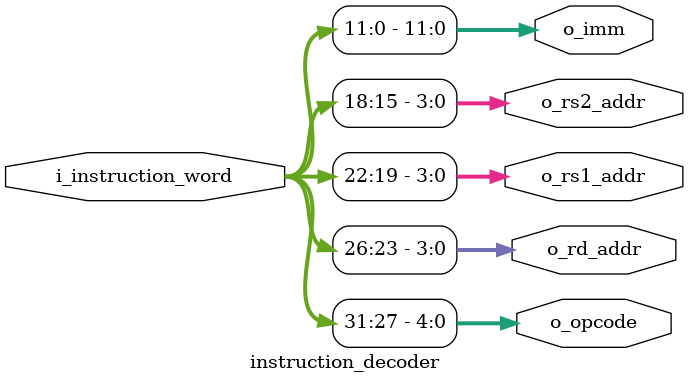
<source format=sv>
module instruction_decoder (
    input logic [31:0] i_instruction_word,

    output logic [ 4:0] o_opcode,
    output logic [ 3:0] o_rd_addr,
    output logic [ 3:0] o_rs1_addr,
    output logic [ 3:0] o_rs2_addr,
    output logic [11:0] o_imm
);
  // this is all a little ugly to read so ill make a format
  // our simple instruction format:
  // [31:27] opcode | [26:23] rd | [22:19] rs1 | [18:15] rs2 | [14:0] imm/unused
  assign o_opcode = i_instruction_word[31:27];
  assign o_rd_addr = i_instruction_word[26:23];
  assign o_rs1_addr = i_instruction_word[22:19];
  assign o_rs2_addr = i_instruction_word[18:15];
  assign o_imm = i_instruction_word[11:0];

endmodule


</source>
